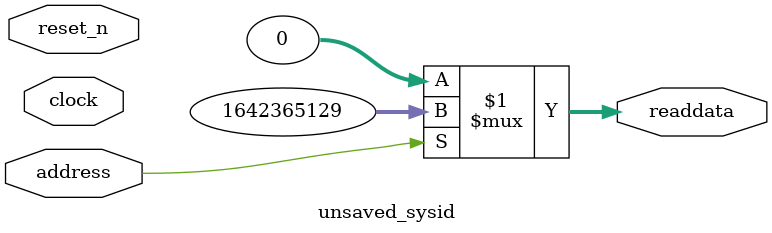
<source format=v>



// synthesis translate_off
`timescale 1ns / 1ps
// synthesis translate_on

// turn off superfluous verilog processor warnings 
// altera message_level Level1 
// altera message_off 10034 10035 10036 10037 10230 10240 10030 

module unsaved_sysid (
               // inputs:
                address,
                clock,
                reset_n,

               // outputs:
                readdata
             )
;

  output  [ 31: 0] readdata;
  input            address;
  input            clock;
  input            reset_n;

  wire    [ 31: 0] readdata;
  //control_slave, which is an e_avalon_slave
  assign readdata = address ? 1642365129 : 0;

endmodule



</source>
